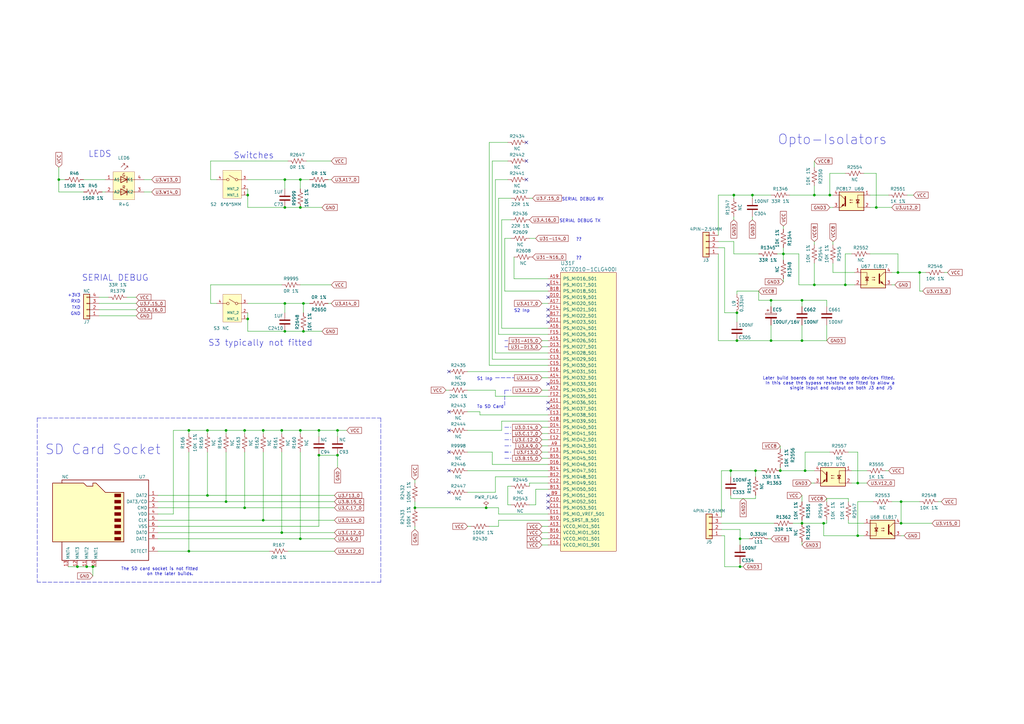
<source format=kicad_sch>
(kicad_sch (version 20210126) (generator eeschema)
  (paper "A3")
  (title_block (title "EBAZ4205 Schematic rebuild.") (date "2021-02-15") (rev "V004") (comment 1 "Some schematic symbols have been eeditted to clear DRC errors") (comment 2 "Extra PWR_FLAGS have been added to clear DRC errors") (comment 3 "Kicad does not allow refs like RxxxA some some devices have been renumbered"))
  (junction (at 24.13 73.66) (diameter 0.9144))
  (junction (at 31.75 232.41) (diameter 0.9144))
  (junction (at 35.56 232.41) (diameter 0.9144))
  (junction (at 38.1 232.41) (diameter 0.9144))
  (junction (at 77.47 176.53) (diameter 0.9144))
  (junction (at 77.47 226.06) (diameter 0.9144))
  (junction (at 85.09 176.53) (diameter 0.9144))
  (junction (at 85.09 203.2) (diameter 0.9144))
  (junction (at 92.71 176.53) (diameter 0.9144))
  (junction (at 92.71 205.74) (diameter 0.9144))
  (junction (at 100.33 176.53) (diameter 0.9144))
  (junction (at 100.33 208.28) (diameter 0.9144))
  (junction (at 101.6 80.01) (diameter 0.9144))
  (junction (at 101.6 130.81) (diameter 0.9144))
  (junction (at 107.95 176.53) (diameter 0.9144))
  (junction (at 107.95 213.36) (diameter 0.9144))
  (junction (at 115.57 176.53) (diameter 0.9144))
  (junction (at 115.57 218.44) (diameter 0.9144))
  (junction (at 116.84 73.66) (diameter 0.9144))
  (junction (at 116.84 85.09) (diameter 0.9144))
  (junction (at 116.84 124.46) (diameter 0.9144))
  (junction (at 116.84 135.89) (diameter 0.9144))
  (junction (at 123.19 73.66) (diameter 0.9144))
  (junction (at 123.19 85.09) (diameter 0.9144))
  (junction (at 123.19 176.53) (diameter 0.9144))
  (junction (at 123.19 220.98) (diameter 0.9144))
  (junction (at 124.46 124.46) (diameter 0.9144))
  (junction (at 124.46 135.89) (diameter 0.9144))
  (junction (at 130.81 176.53) (diameter 0.9144))
  (junction (at 130.81 186.69) (diameter 0.9144))
  (junction (at 138.43 176.53) (diameter 0.9144))
  (junction (at 138.43 186.69) (diameter 0.9144))
  (junction (at 170.18 208.28) (diameter 0.9144))
  (junction (at 199.39 208.28) (diameter 0.9144))
  (junction (at 299.72 193.04) (diameter 0.9144))
  (junction (at 300.99 80.01) (diameter 0.9144))
  (junction (at 302.26 128.27) (diameter 0.9144))
  (junction (at 302.26 139.7) (diameter 0.9144))
  (junction (at 303.53 220.98) (diameter 0.9144))
  (junction (at 303.53 232.41) (diameter 0.9144))
  (junction (at 308.61 80.01) (diameter 0.9144))
  (junction (at 309.88 193.04) (diameter 0.9144))
  (junction (at 316.23 123.19) (diameter 0.9144))
  (junction (at 316.23 139.7) (diameter 0.9144))
  (junction (at 320.04 193.04) (diameter 0.9144))
  (junction (at 321.31 104.14) (diameter 0.9144))
  (junction (at 328.93 123.19) (diameter 0.9144))
  (junction (at 328.93 139.7) (diameter 0.9144))
  (junction (at 328.93 214.63) (diameter 0.9144))
  (junction (at 330.2 193.04) (diameter 0.9144))
  (junction (at 334.01 80.01) (diameter 0.9144))
  (junction (at 334.01 116.84) (diameter 0.9144))
  (junction (at 337.82 214.63) (diameter 0.9144))
  (junction (at 340.36 80.01) (diameter 0.9144))
  (junction (at 346.71 116.84) (diameter 0.9144))
  (junction (at 351.79 198.12) (diameter 0.9144))
  (junction (at 351.79 219.71) (diameter 0.9144))
  (junction (at 359.41 85.09) (diameter 0.9144))
  (junction (at 368.3 111.76) (diameter 0.9144))
  (junction (at 369.57 205.74) (diameter 0.9144))
  (junction (at 369.57 214.63) (diameter 0.9144))
  (junction (at 377.19 111.76) (diameter 0.9144))
  (no_connect (at 184.15 152.4))
  (no_connect (at 184.15 168.91))
  (no_connect (at 184.15 176.53))
  (no_connect (at 184.15 185.42))
  (no_connect (at 184.15 193.04))
  (no_connect (at 184.15 201.93))
  (no_connect (at 215.9 58.42))
  (no_connect (at 215.9 66.04))
  (no_connect (at 215.9 73.66))
  (no_connect (at 224.79 116.84))
  (no_connect (at 224.79 121.92))
  (no_connect (at 224.79 127))
  (no_connect (at 224.79 129.54))
  (no_connect (at 224.79 132.08))
  (no_connect (at 224.79 157.48))
  (no_connect (at 224.79 165.1))
  (no_connect (at 224.79 167.64))
  (no_connect (at 224.79 203.2))
  (no_connect (at 224.79 205.74))
  (no_connect (at 224.79 208.28))
  (wire (pts (xy 24.13 68.58) (xy 24.13 73.66)))
  (wire (pts (xy 24.13 73.66) (xy 24.13 78.74)))
  (wire (pts (xy 24.13 73.66) (xy 26.67 73.66)))
  (wire (pts (xy 24.13 78.74) (xy 34.29 78.74)))
  (wire (pts (xy 27.94 232.41) (xy 31.75 232.41)))
  (wire (pts (xy 34.29 73.66) (xy 43.18 73.66)))
  (wire (pts (xy 35.56 232.41) (xy 31.75 232.41)))
  (wire (pts (xy 35.56 232.41) (xy 38.1 232.41)))
  (wire (pts (xy 38.1 232.41) (xy 38.1 236.22)))
  (wire (pts (xy 38.1 232.41) (xy 39.37 232.41)))
  (wire (pts (xy 40.64 121.92) (xy 44.45 121.92)))
  (wire (pts (xy 40.64 124.46) (xy 55.88 124.46)))
  (wire (pts (xy 40.64 127) (xy 55.88 127)))
  (wire (pts (xy 41.91 78.74) (xy 43.18 78.74)))
  (wire (pts (xy 52.07 121.92) (xy 55.88 121.92)))
  (wire (pts (xy 55.88 129.54) (xy 40.64 129.54)))
  (wire (pts (xy 59.055 73.66) (xy 62.23 73.66)))
  (wire (pts (xy 59.055 78.74) (xy 62.23 78.74)))
  (wire (pts (xy 64.77 203.2) (xy 85.09 203.2)))
  (wire (pts (xy 64.77 208.28) (xy 100.33 208.28)))
  (wire (pts (xy 64.77 210.82) (xy 71.12 210.82)))
  (wire (pts (xy 64.77 213.36) (xy 107.95 213.36)))
  (wire (pts (xy 64.77 218.44) (xy 115.57 218.44)))
  (wire (pts (xy 64.77 220.98) (xy 123.19 220.98)))
  (wire (pts (xy 64.77 226.06) (xy 77.47 226.06)))
  (wire (pts (xy 71.12 176.53) (xy 71.12 210.82)))
  (wire (pts (xy 77.47 176.53) (xy 71.12 176.53)))
  (wire (pts (xy 77.47 176.53) (xy 77.47 177.8)))
  (wire (pts (xy 77.47 185.42) (xy 77.47 226.06)))
  (wire (pts (xy 77.47 226.06) (xy 110.49 226.06)))
  (wire (pts (xy 85.09 176.53) (xy 77.47 176.53)))
  (wire (pts (xy 85.09 176.53) (xy 85.09 177.8)))
  (wire (pts (xy 85.09 185.42) (xy 85.09 203.2)))
  (wire (pts (xy 85.09 203.2) (xy 137.16 203.2)))
  (wire (pts (xy 86.36 66.04) (xy 86.36 73.66)))
  (wire (pts (xy 86.36 73.66) (xy 88.9 73.66)))
  (wire (pts (xy 86.36 116.84) (xy 86.36 124.46)))
  (wire (pts (xy 86.36 124.46) (xy 88.9 124.46)))
  (wire (pts (xy 92.71 176.53) (xy 85.09 176.53)))
  (wire (pts (xy 92.71 176.53) (xy 92.71 177.8)))
  (wire (pts (xy 92.71 185.42) (xy 92.71 205.74)))
  (wire (pts (xy 92.71 205.74) (xy 64.77 205.74)))
  (wire (pts (xy 92.71 205.74) (xy 137.16 205.74)))
  (wire (pts (xy 100.33 176.53) (xy 92.71 176.53)))
  (wire (pts (xy 100.33 176.53) (xy 100.33 177.8)))
  (wire (pts (xy 100.33 185.42) (xy 100.33 208.28)))
  (wire (pts (xy 100.33 208.28) (xy 137.16 208.28)))
  (wire (pts (xy 101.6 73.66) (xy 116.84 73.66)))
  (wire (pts (xy 101.6 77.47) (xy 101.6 80.01)))
  (wire (pts (xy 101.6 80.01) (xy 101.6 85.09)))
  (wire (pts (xy 101.6 85.09) (xy 116.84 85.09)))
  (wire (pts (xy 101.6 124.46) (xy 116.84 124.46)))
  (wire (pts (xy 101.6 128.27) (xy 101.6 130.81)))
  (wire (pts (xy 101.6 130.81) (xy 101.6 135.89)))
  (wire (pts (xy 101.6 135.89) (xy 116.84 135.89)))
  (wire (pts (xy 107.95 176.53) (xy 100.33 176.53)))
  (wire (pts (xy 107.95 176.53) (xy 107.95 177.8)))
  (wire (pts (xy 107.95 185.42) (xy 107.95 213.36)))
  (wire (pts (xy 107.95 213.36) (xy 137.16 213.36)))
  (wire (pts (xy 115.57 116.84) (xy 86.36 116.84)))
  (wire (pts (xy 115.57 176.53) (xy 107.95 176.53)))
  (wire (pts (xy 115.57 176.53) (xy 115.57 177.8)))
  (wire (pts (xy 115.57 185.42) (xy 115.57 218.44)))
  (wire (pts (xy 115.57 218.44) (xy 137.16 218.44)))
  (wire (pts (xy 116.84 73.66) (xy 116.84 77.47)))
  (wire (pts (xy 116.84 124.46) (xy 116.84 128.27)))
  (wire (pts (xy 116.84 135.89) (xy 124.46 135.89)))
  (wire (pts (xy 118.11 66.04) (xy 86.36 66.04)))
  (wire (pts (xy 118.11 226.06) (xy 137.16 226.06)))
  (wire (pts (xy 123.19 73.66) (xy 116.84 73.66)))
  (wire (pts (xy 123.19 73.66) (xy 123.19 77.47)))
  (wire (pts (xy 123.19 73.66) (xy 127 73.66)))
  (wire (pts (xy 123.19 85.09) (xy 116.84 85.09)))
  (wire (pts (xy 123.19 85.09) (xy 132.08 85.09)))
  (wire (pts (xy 123.19 116.84) (xy 135.89 116.84)))
  (wire (pts (xy 123.19 176.53) (xy 115.57 176.53)))
  (wire (pts (xy 123.19 176.53) (xy 123.19 177.8)))
  (wire (pts (xy 123.19 185.42) (xy 123.19 220.98)))
  (wire (pts (xy 123.19 220.98) (xy 137.16 220.98)))
  (wire (pts (xy 124.46 124.46) (xy 116.84 124.46)))
  (wire (pts (xy 124.46 124.46) (xy 124.46 128.27)))
  (wire (pts (xy 124.46 124.46) (xy 127 124.46)))
  (wire (pts (xy 124.46 135.89) (xy 132.08 135.89)))
  (wire (pts (xy 125.73 66.04) (xy 135.89 66.04)))
  (wire (pts (xy 130.81 176.53) (xy 123.19 176.53)))
  (wire (pts (xy 130.81 176.53) (xy 130.81 179.07)))
  (wire (pts (xy 130.81 186.69) (xy 130.81 215.9)))
  (wire (pts (xy 130.81 215.9) (xy 64.77 215.9)))
  (wire (pts (xy 134.62 73.66) (xy 135.89 73.66)))
  (wire (pts (xy 134.62 124.46) (xy 135.89 124.46)))
  (wire (pts (xy 138.43 176.53) (xy 130.81 176.53)))
  (wire (pts (xy 138.43 176.53) (xy 138.43 179.07)))
  (wire (pts (xy 138.43 186.69) (xy 130.81 186.69)))
  (wire (pts (xy 138.43 186.69) (xy 138.43 191.77)))
  (wire (pts (xy 142.24 176.53) (xy 138.43 176.53)))
  (wire (pts (xy 170.18 196.85) (xy 170.18 198.12)))
  (wire (pts (xy 170.18 205.74) (xy 170.18 208.28)))
  (wire (pts (xy 170.18 217.17) (xy 170.18 215.9)))
  (wire (pts (xy 182.88 160.02) (xy 184.15 160.02)))
  (wire (pts (xy 191.77 152.4) (xy 224.79 152.4)))
  (wire (pts (xy 191.77 160.02) (xy 203.2 160.02)))
  (wire (pts (xy 191.77 185.42) (xy 201.93 185.42)))
  (wire (pts (xy 191.77 193.04) (xy 224.79 193.04)))
  (wire (pts (xy 191.77 215.9) (xy 193.04 215.9)))
  (wire (pts (xy 196.85 168.91) (xy 191.77 168.91)))
  (wire (pts (xy 196.85 170.18) (xy 196.85 168.91)))
  (wire (pts (xy 196.85 170.18) (xy 224.79 170.18)))
  (wire (pts (xy 199.39 208.28) (xy 170.18 208.28)))
  (wire (pts (xy 200.66 58.42) (xy 200.66 149.86)))
  (wire (pts (xy 200.66 149.86) (xy 224.79 149.86)))
  (wire (pts (xy 200.66 215.9) (xy 204.47 215.9)))
  (wire (pts (xy 201.93 66.04) (xy 208.28 66.04)))
  (wire (pts (xy 201.93 147.32) (xy 201.93 66.04)))
  (wire (pts (xy 201.93 147.32) (xy 224.79 147.32)))
  (wire (pts (xy 201.93 185.42) (xy 201.93 190.5)))
  (wire (pts (xy 201.93 190.5) (xy 224.79 190.5)))
  (wire (pts (xy 203.2 73.66) (xy 203.2 144.78)))
  (wire (pts (xy 203.2 144.78) (xy 224.79 144.78)))
  (wire (pts (xy 203.2 160.02) (xy 203.2 162.56)))
  (wire (pts (xy 203.2 162.56) (xy 224.79 162.56)))
  (wire (pts (xy 203.2 195.58) (xy 203.2 201.93)))
  (wire (pts (xy 203.2 195.58) (xy 224.79 195.58)))
  (wire (pts (xy 203.2 201.93) (xy 191.77 201.93)))
  (wire (pts (xy 204.47 81.28) (xy 204.47 137.16)))
  (wire (pts (xy 204.47 137.16) (xy 224.79 137.16)))
  (wire (pts (xy 204.47 208.28) (xy 199.39 208.28)))
  (wire (pts (xy 204.47 210.82) (xy 204.47 208.28)))
  (wire (pts (xy 204.47 210.82) (xy 224.79 210.82)))
  (wire (pts (xy 204.47 213.36) (xy 204.47 215.9)))
  (wire (pts (xy 204.47 213.36) (xy 224.79 213.36)))
  (wire (pts (xy 205.74 90.17) (xy 209.55 90.17)))
  (wire (pts (xy 205.74 134.62) (xy 205.74 90.17)))
  (wire (pts (xy 205.74 134.62) (xy 224.79 134.62)))
  (wire (pts (xy 205.74 172.72) (xy 205.74 176.53)))
  (wire (pts (xy 205.74 172.72) (xy 224.79 172.72)))
  (wire (pts (xy 205.74 176.53) (xy 191.77 176.53)))
  (wire (pts (xy 207.01 97.79) (xy 207.01 119.38)))
  (wire (pts (xy 207.01 119.38) (xy 224.79 119.38)))
  (wire (pts (xy 208.28 58.42) (xy 200.66 58.42)))
  (wire (pts (xy 208.28 73.66) (xy 203.2 73.66)))
  (wire (pts (xy 208.28 199.39) (xy 208.28 207.07)))
  (wire (pts (xy 209.55 81.28) (xy 204.47 81.28)))
  (wire (pts (xy 209.55 97.79) (xy 207.01 97.79)))
  (wire (pts (xy 209.55 199.39) (xy 208.28 199.39)))
  (wire (pts (xy 209.55 207.07) (xy 208.28 207.07)))
  (wire (pts (xy 210.82 105.41) (xy 210.82 114.3)))
  (wire (pts (xy 210.82 114.3) (xy 224.79 114.3)))
  (wire (pts (xy 217.17 81.28) (xy 218.44 81.28)))
  (wire (pts (xy 217.17 97.79) (xy 219.71 97.79)))
  (wire (pts (xy 217.17 198.12) (xy 217.17 199.39)))
  (wire (pts (xy 217.17 198.12) (xy 224.79 198.12)))
  (wire (pts (xy 219.71 200.66) (xy 219.71 207.07)))
  (wire (pts (xy 219.71 200.66) (xy 224.79 200.66)))
  (wire (pts (xy 219.71 207.07) (xy 217.17 207.07)))
  (wire (pts (xy 222.25 124.46) (xy 224.79 124.46)))
  (wire (pts (xy 222.25 139.7) (xy 224.79 139.7)))
  (wire (pts (xy 222.25 142.24) (xy 224.79 142.24)))
  (wire (pts (xy 222.25 154.94) (xy 224.79 154.94)))
  (wire (pts (xy 222.25 160.02) (xy 224.79 160.02)))
  (wire (pts (xy 222.25 175.26) (xy 224.79 175.26)))
  (wire (pts (xy 222.25 177.8) (xy 224.79 177.8)))
  (wire (pts (xy 222.25 180.34) (xy 224.79 180.34)))
  (wire (pts (xy 222.25 182.88) (xy 224.79 182.88)))
  (wire (pts (xy 222.25 185.42) (xy 224.79 185.42)))
  (wire (pts (xy 222.25 187.96) (xy 224.79 187.96)))
  (wire (pts (xy 222.25 215.9) (xy 224.79 215.9)))
  (wire (pts (xy 222.25 218.44) (xy 224.79 218.44)))
  (wire (pts (xy 222.25 220.98) (xy 224.79 220.98)))
  (wire (pts (xy 222.25 223.52) (xy 224.79 223.52)))
  (wire (pts (xy 294.64 80.01) (xy 294.64 96.52)))
  (wire (pts (xy 294.64 99.06) (xy 300.99 99.06)))
  (wire (pts (xy 294.64 101.6) (xy 297.18 101.6)))
  (wire (pts (xy 294.64 104.14) (xy 294.64 139.7)))
  (wire (pts (xy 294.64 139.7) (xy 302.26 139.7)))
  (wire (pts (xy 295.91 193.04) (xy 299.72 193.04)))
  (wire (pts (xy 295.91 212.09) (xy 295.91 193.04)))
  (wire (pts (xy 295.91 214.63) (xy 317.5 214.63)))
  (wire (pts (xy 295.91 217.17) (xy 303.53 217.17)))
  (wire (pts (xy 297.18 128.27) (xy 297.18 101.6)))
  (wire (pts (xy 297.18 128.27) (xy 302.26 128.27)))
  (wire (pts (xy 297.18 219.71) (xy 295.91 219.71)))
  (wire (pts (xy 297.18 232.41) (xy 297.18 219.71)))
  (wire (pts (xy 297.18 232.41) (xy 303.53 232.41)))
  (wire (pts (xy 299.72 193.04) (xy 299.72 195.58)))
  (wire (pts (xy 299.72 204.47) (xy 299.72 203.2)))
  (wire (pts (xy 300.99 80.01) (xy 294.64 80.01)))
  (wire (pts (xy 300.99 80.01) (xy 300.99 81.28)))
  (wire (pts (xy 300.99 88.9) (xy 300.99 90.17)))
  (wire (pts (xy 300.99 99.06) (xy 300.99 104.14)))
  (wire (pts (xy 300.99 104.14) (xy 311.15 104.14)))
  (wire (pts (xy 302.26 119.38) (xy 302.26 120.65)))
  (wire (pts (xy 302.26 128.27) (xy 302.26 132.08)))
  (wire (pts (xy 303.53 217.17) (xy 303.53 220.98)))
  (wire (pts (xy 303.53 220.98) (xy 303.53 223.52)))
  (wire (pts (xy 303.53 220.98) (xy 307.34 220.98)))
  (wire (pts (xy 303.53 231.14) (xy 303.53 232.41)))
  (wire (pts (xy 303.53 232.41) (xy 304.8 232.41)))
  (wire (pts (xy 308.61 80.01) (xy 300.99 80.01)))
  (wire (pts (xy 308.61 80.01) (xy 308.61 81.28)))
  (wire (pts (xy 308.61 88.9) (xy 308.61 90.17)))
  (wire (pts (xy 309.88 193.04) (xy 299.72 193.04)))
  (wire (pts (xy 309.88 193.04) (xy 309.88 195.58)))
  (wire (pts (xy 309.88 193.04) (xy 312.42 193.04)))
  (wire (pts (xy 309.88 203.2) (xy 309.88 204.47)))
  (wire (pts (xy 309.88 204.47) (xy 299.72 204.47)))
  (wire (pts (xy 311.15 119.38) (xy 302.26 119.38)))
  (wire (pts (xy 311.15 123.19) (xy 311.15 119.38)))
  (wire (pts (xy 314.96 220.98) (xy 316.23 220.98)))
  (wire (pts (xy 316.23 80.01) (xy 308.61 80.01)))
  (wire (pts (xy 316.23 123.19) (xy 311.15 123.19)))
  (wire (pts (xy 316.23 123.19) (xy 316.23 125.73)))
  (wire (pts (xy 316.23 133.35) (xy 316.23 139.7)))
  (wire (pts (xy 316.23 139.7) (xy 302.26 139.7)))
  (wire (pts (xy 318.77 104.14) (xy 321.31 104.14)))
  (wire (pts (xy 320.04 182.88) (xy 320.04 184.15)))
  (wire (pts (xy 320.04 191.77) (xy 320.04 193.04)))
  (wire (pts (xy 321.31 92.71) (xy 321.31 93.98)))
  (wire (pts (xy 321.31 101.6) (xy 321.31 104.14)))
  (wire (pts (xy 321.31 104.14) (xy 321.31 106.68)))
  (wire (pts (xy 321.31 104.14) (xy 327.66 104.14)))
  (wire (pts (xy 321.31 114.3) (xy 321.31 115.57)))
  (wire (pts (xy 323.85 80.01) (xy 334.01 80.01)))
  (wire (pts (xy 325.12 214.63) (xy 328.93 214.63)))
  (wire (pts (xy 327.66 104.14) (xy 327.66 116.84)))
  (wire (pts (xy 327.66 116.84) (xy 334.01 116.84)))
  (wire (pts (xy 328.93 123.19) (xy 316.23 123.19)))
  (wire (pts (xy 328.93 123.19) (xy 328.93 125.73)))
  (wire (pts (xy 328.93 133.35) (xy 328.93 139.7)))
  (wire (pts (xy 328.93 139.7) (xy 316.23 139.7)))
  (wire (pts (xy 328.93 203.2) (xy 328.93 205.74)))
  (wire (pts (xy 328.93 213.36) (xy 328.93 214.63)))
  (wire (pts (xy 328.93 214.63) (xy 337.82 214.63)))
  (wire (pts (xy 328.93 222.25) (xy 328.93 223.52)))
  (wire (pts (xy 330.2 185.42) (xy 330.2 193.04)))
  (wire (pts (xy 330.2 193.04) (xy 320.04 193.04)))
  (wire (pts (xy 330.2 193.04) (xy 334.01 193.04)))
  (wire (pts (xy 332.74 198.12) (xy 334.01 198.12)))
  (wire (pts (xy 334.01 66.04) (xy 334.01 68.58)))
  (wire (pts (xy 334.01 76.2) (xy 334.01 80.01)))
  (wire (pts (xy 334.01 80.01) (xy 340.36 80.01)))
  (wire (pts (xy 334.01 99.06) (xy 334.01 100.33)))
  (wire (pts (xy 334.01 107.95) (xy 334.01 116.84)))
  (wire (pts (xy 334.01 116.84) (xy 346.71 116.84)))
  (wire (pts (xy 337.82 219.71) (xy 337.82 214.63)))
  (wire (pts (xy 339.09 123.19) (xy 328.93 123.19)))
  (wire (pts (xy 339.09 125.73) (xy 339.09 123.19)))
  (wire (pts (xy 339.09 133.35) (xy 339.09 139.7)))
  (wire (pts (xy 339.09 139.7) (xy 328.93 139.7)))
  (wire (pts (xy 339.09 204.47) (xy 339.09 205.74)))
  (wire (pts (xy 339.09 204.47) (xy 347.98 204.47)))
  (wire (pts (xy 339.09 213.36) (xy 339.09 214.63)))
  (wire (pts (xy 339.09 214.63) (xy 337.82 214.63)))
  (wire (pts (xy 340.36 71.12) (xy 340.36 80.01)))
  (wire (pts (xy 340.36 80.01) (xy 341.63 80.01)))
  (wire (pts (xy 340.36 85.09) (xy 341.63 85.09)))
  (wire (pts (xy 340.36 185.42) (xy 330.2 185.42)))
  (wire (pts (xy 341.63 99.06) (xy 341.63 100.33)))
  (wire (pts (xy 341.63 107.95) (xy 341.63 111.76)))
  (wire (pts (xy 341.63 111.76) (xy 350.52 111.76)))
  (wire (pts (xy 346.71 71.12) (xy 340.36 71.12)))
  (wire (pts (xy 346.71 104.14) (xy 346.71 116.84)))
  (wire (pts (xy 346.71 116.84) (xy 350.52 116.84)))
  (wire (pts (xy 347.98 185.42) (xy 351.79 185.42)))
  (wire (pts (xy 347.98 204.47) (xy 347.98 205.74)))
  (wire (pts (xy 347.98 213.36) (xy 347.98 214.63)))
  (wire (pts (xy 347.98 214.63) (xy 354.33 214.63)))
  (wire (pts (xy 349.25 104.14) (xy 346.71 104.14)))
  (wire (pts (xy 349.25 193.04) (xy 355.6 193.04)))
  (wire (pts (xy 349.25 198.12) (xy 351.79 198.12)))
  (wire (pts (xy 351.79 185.42) (xy 351.79 198.12)))
  (wire (pts (xy 351.79 198.12) (xy 355.6 198.12)))
  (wire (pts (xy 351.79 205.74) (xy 351.79 219.71)))
  (wire (pts (xy 351.79 219.71) (xy 337.82 219.71)))
  (wire (pts (xy 354.33 71.12) (xy 359.41 71.12)))
  (wire (pts (xy 354.33 219.71) (xy 351.79 219.71)))
  (wire (pts (xy 356.87 80.01) (xy 364.49 80.01)))
  (wire (pts (xy 356.87 104.14) (xy 368.3 104.14)))
  (wire (pts (xy 358.14 205.74) (xy 351.79 205.74)))
  (wire (pts (xy 359.41 71.12) (xy 359.41 85.09)))
  (wire (pts (xy 359.41 85.09) (xy 356.87 85.09)))
  (wire (pts (xy 359.41 85.09) (xy 365.76 85.09)))
  (wire (pts (xy 363.22 193.04) (xy 364.49 193.04)))
  (wire (pts (xy 365.76 111.76) (xy 368.3 111.76)))
  (wire (pts (xy 365.76 116.84) (xy 367.03 116.84)))
  (wire (pts (xy 365.76 205.74) (xy 369.57 205.74)))
  (wire (pts (xy 368.3 104.14) (xy 368.3 111.76)))
  (wire (pts (xy 368.3 111.76) (xy 377.19 111.76)))
  (wire (pts (xy 369.57 205.74) (xy 369.57 214.63)))
  (wire (pts (xy 369.57 205.74) (xy 377.19 205.74)))
  (wire (pts (xy 369.57 214.63) (xy 382.27 214.63)))
  (wire (pts (xy 369.57 219.71) (xy 370.84 219.71)))
  (wire (pts (xy 372.11 80.01) (xy 374.65 80.01)))
  (wire (pts (xy 377.19 111.76) (xy 377.19 119.38)))
  (wire (pts (xy 377.19 111.76) (xy 379.73 111.76)))
  (wire (pts (xy 378.46 119.38) (xy 377.19 119.38)))
  (wire (pts (xy 384.81 205.74) (xy 386.08 205.74)))
  (wire (pts (xy 387.35 111.76) (xy 388.62 111.76)))
  (polyline (pts (xy 15.24 171.45) (xy 15.24 238.76)) (stroke (width 0) (type dash)))
  (polyline (pts (xy 15.24 171.45) (xy 156.21 171.45)) (stroke (width 0) (type dash)))
  (polyline (pts (xy 156.21 171.45) (xy 156.21 238.76)) (stroke (width 0) (type dash)))
  (polyline (pts (xy 156.21 238.76) (xy 15.24 238.76)) (stroke (width 0) (type dash)))
  (polyline (pts (xy 203.2 154.94) (xy 210.82 154.94)) (stroke (width 0) (type dash)))
  (polyline (pts (xy 207.01 139.7) (xy 208.28 139.7)) (stroke (width 0) (type dash)))
  (polyline (pts (xy 207.01 142.24) (xy 208.28 142.24)) (stroke (width 0) (type dash)))
  (polyline (pts (xy 207.01 160.02) (xy 207.01 166.37)) (stroke (width 0) (type dash)))
  (polyline (pts (xy 207.01 160.02) (xy 209.55 160.02)) (stroke (width 0) (type dash)))
  (polyline (pts (xy 207.01 175.26) (xy 209.55 175.26)) (stroke (width 0) (type dash)))
  (polyline (pts (xy 207.01 177.8) (xy 209.55 177.8)) (stroke (width 0) (type dash)))
  (polyline (pts (xy 207.01 180.34) (xy 209.55 180.34)) (stroke (width 0) (type dash)))
  (polyline (pts (xy 207.01 182.88) (xy 209.55 182.88)) (stroke (width 0) (type dash)))
  (polyline (pts (xy 207.01 185.42) (xy 208.28 185.42)) (stroke (width 0) (type dash)))
  (polyline (pts (xy 207.01 185.42) (xy 209.55 185.42)) (stroke (width 0) (type dash)))
  (polyline (pts (xy 207.01 187.96) (xy 209.55 187.96)) (stroke (width 0) (type dash)))
  (text "SD Card Socket" (at 18.415 186.855 0) (effects (font (size 4 4)) (justify left bottom)))
  (text "+3V3" (at 33.02 121.92 180) (effects (font (size 1.27 1.27)) (justify right bottom)))
  (text "RXD" (at 33.02 124.46 180) (effects (font (size 1.27 1.27)) (justify right bottom)))
  (text "TXD" (at 33.02 127 180) (effects (font (size 1.27 1.27)) (justify right bottom)))
  (text "GND" (at 33.02 129.54 180) (effects (font (size 1.27 1.27)) (justify right bottom)))
  (text "LEDS" (at 45.72 64.77 180) (effects (font (size 2.54 2.54)) (justify right bottom)))
  (text "SERIAL DEBUG" (at 60.96 115.57 180) (effects (font (size 2.54 2.54)) (justify right bottom)))
  (text "The SD card socket is not fitted\non the later builds.  " (at 81.28 236.22 0) (effects (font (size 1.27 1.27)) (justify right bottom)))
  (text "Switches" (at 112.395 65.375 180) (effects (font (size 2.54 2.54)) (justify right bottom)))
  (text "S3 typically not fitted" (at 128.27 142.24 180) (effects (font (size 2.54 2.54)) (justify right bottom)))
  (text "S1 Inp" (at 195.58 156.21 0) (effects (font (size 1.27 1.27)) (justify left bottom)))
  (text "To SD Card" (at 195.58 167.64 0) (effects (font (size 1.27 1.27)) (justify left bottom)))
  (text "S2 Inp" (at 210.82 128.27 0) (effects (font (size 1.27 1.27)) (justify left bottom)))
  (text "??" (at 236.22 99.06 0) (effects (font (size 1.27 1.27)) (justify left bottom)))
  (text "??" (at 236.22 106.68 0) (effects (font (size 1.27 1.27)) (justify left bottom)))
  (text "SERIAL DEBUG TX\n" (at 246.38 91.44 180) (effects (font (size 1.27 1.27)) (justify right bottom)))
  (text "SERIAL DEBUG RX" (at 247.65 82.55 180) (effects (font (size 1.27 1.27)) (justify right bottom)))
  (text "Opto-Isolators" (at 363.855 59.705 180) (effects (font (size 4 4)) (justify right bottom)))
  (text "Later build boards do not have the opto devices fitted.\nIn this case the bypass resistors are fitted to allow a\nsingle input and output on both J3 and J5 " (at 367.03 160.02 0) (effects (font (size 1.27 1.27)) (justify right bottom)))
  (global_label "VCC" (shape input) (at 24.13 68.58 90) (property "Intersheet References" "${INTERSHEET_REFS}" (effects hide)))
  (global_label "GND" (shape input) (at 38.1 236.22 180) (property "Intersheet References" "${INTERSHEET_REFS}" (effects hide)))
  (global_label "VCC" (shape input) (at 55.88 121.92 0) (property "Intersheet References" "${INTERSHEET_REFS}" (effects hide)))
  (global_label "U3.F.15_0" (shape input) (at 55.88 124.46 0) (property "Intersheet References" "${INTERSHEET_REFS}" (effects hide)))
  (global_label "U3.A.16_0" (shape input) (at 55.88 127 0) (property "Intersheet References" "${INTERSHEET_REFS}" (effects hide)))
  (global_label "GND" (shape input) (at 55.88 129.54 0) (property "Intersheet References" "${INTERSHEET_REFS}" (effects hide)))
  (global_label "U3.W13_0" (shape input) (at 62.23 73.66 0) (property "Intersheet References" "${INTERSHEET_REFS}" (effects hide)))
  (global_label "U3.W14_0" (shape input) (at 62.23 78.74 0) (property "Intersheet References" "${INTERSHEET_REFS}" (effects hide)))
  (global_label "GND" (shape input) (at 132.08 85.09 0) (property "Intersheet References" "${INTERSHEET_REFS}" (effects hide)))
  (global_label "GND" (shape input) (at 132.08 135.89 0) (property "Intersheet References" "${INTERSHEET_REFS}" (effects hide)))
  (global_label "VCC" (shape input) (at 135.89 66.04 0) (property "Intersheet References" "${INTERSHEET_REFS}" (effects hide)))
  (global_label "U3.A17_0" (shape input) (at 135.89 73.66 0) (property "Intersheet References" "${INTERSHEET_REFS}" (effects hide)))
  (global_label "VCC" (shape input) (at 135.89 116.84 0) (property "Intersheet References" "${INTERSHEET_REFS}" (effects hide)))
  (global_label "U3.A14_0" (shape input) (at 135.89 124.46 0) (property "Intersheet References" "${INTERSHEET_REFS}" (effects hide)))
  (global_label "U3.F13_0" (shape input) (at 137.16 203.2 0) (property "Intersheet References" "${INTERSHEET_REFS}" (effects hide)))
  (global_label "U3.B.15_0" (shape input) (at 137.16 205.74 0) (property "Intersheet References" "${INTERSHEET_REFS}" (effects hide)))
  (global_label "U3.C.17_0" (shape input) (at 137.16 208.28 0) (property "Intersheet References" "${INTERSHEET_REFS}" (effects hide)))
  (global_label "U3.D.14_0" (shape input) (at 137.16 213.36 0) (property "Intersheet References" "${INTERSHEET_REFS}" (effects hide)))
  (global_label "U3.E.12_0" (shape input) (at 137.16 218.44 0) (property "Intersheet References" "${INTERSHEET_REFS}" (effects hide)))
  (global_label "U3.A.9_0" (shape input) (at 137.16 220.98 0) (property "Intersheet References" "${INTERSHEET_REFS}" (effects hide)))
  (global_label "U3.A.12_0" (shape input) (at 137.16 226.06 0) (property "Intersheet References" "${INTERSHEET_REFS}" (effects hide)))
  (global_label "GND" (shape input) (at 138.43 191.77 270) (property "Intersheet References" "${INTERSHEET_REFS}" (effects hide)))
  (global_label "VCC" (shape input) (at 142.24 176.53 0) (property "Intersheet References" "${INTERSHEET_REFS}" (effects hide)))
  (global_label "VCC" (shape input) (at 170.18 196.85 90) (property "Intersheet References" "${INTERSHEET_REFS}" (effects hide)))
  (global_label "GND" (shape input) (at 170.18 217.17 270) (property "Intersheet References" "${INTERSHEET_REFS}" (effects hide)))
  (global_label "VCC" (shape input) (at 182.88 160.02 180) (property "Intersheet References" "${INTERSHEET_REFS}" (effects hide)))
  (global_label "VCC" (shape input) (at 191.77 215.9 180) (property "Intersheet References" "${INTERSHEET_REFS}" (effects hide)))
  (global_label "U3.A.16_0" (shape input) (at 217.17 90.17 0) (property "Intersheet References" "${INTERSHEET_REFS}" (effects hide)))
  (global_label "U3.F.15_0" (shape input) (at 218.44 81.28 0) (property "Intersheet References" "${INTERSHEET_REFS}" (effects hide)))
  (global_label "U31-N16_0" (shape input) (at 218.44 105.41 0) (property "Intersheet References" "${INTERSHEET_REFS}" (effects hide)))
  (global_label "U31-L14_0" (shape input) (at 219.71 97.79 0) (property "Intersheet References" "${INTERSHEET_REFS}" (effects hide)))
  (global_label "U3.A17_0" (shape input) (at 222.25 124.46 180) (property "Intersheet References" "${INTERSHEET_REFS}" (effects hide)))
  (global_label "U31-A15_0" (shape input) (at 222.25 139.7 180) (property "Intersheet References" "${INTERSHEET_REFS}" (effects hide)))
  (global_label "U31-D13_0" (shape input) (at 222.25 142.24 180) (property "Intersheet References" "${INTERSHEET_REFS}" (effects hide)))
  (global_label "U3.A14_0" (shape input) (at 222.25 154.94 180) (property "Intersheet References" "${INTERSHEET_REFS}" (effects hide)))
  (global_label "U3.A.12_0" (shape input) (at 222.25 160.02 180) (property "Intersheet References" "${INTERSHEET_REFS}" (effects hide)))
  (global_label "U3.D.14_0" (shape input) (at 222.25 175.26 180) (property "Intersheet References" "${INTERSHEET_REFS}" (effects hide)))
  (global_label "U3.C.17_0" (shape input) (at 222.25 177.8 180) (property "Intersheet References" "${INTERSHEET_REFS}" (effects hide)))
  (global_label "U3.E.12_0" (shape input) (at 222.25 180.34 180) (property "Intersheet References" "${INTERSHEET_REFS}" (effects hide)))
  (global_label "U3.A.9_0" (shape input) (at 222.25 182.88 180) (property "Intersheet References" "${INTERSHEET_REFS}" (effects hide)))
  (global_label "U3.F13_0" (shape input) (at 222.25 185.42 180) (property "Intersheet References" "${INTERSHEET_REFS}" (effects hide)))
  (global_label "U3.B.15_0" (shape input) (at 222.25 187.96 180) (property "Intersheet References" "${INTERSHEET_REFS}" (effects hide)))
  (global_label "VCC" (shape input) (at 222.25 215.9 180) (property "Intersheet References" "${INTERSHEET_REFS}" (effects hide)))
  (global_label "VCC" (shape input) (at 222.25 218.44 180) (property "Intersheet References" "${INTERSHEET_REFS}" (effects hide)))
  (global_label "VCC" (shape input) (at 222.25 220.98 180) (property "Intersheet References" "${INTERSHEET_REFS}" (effects hide)))
  (global_label "VCC" (shape input) (at 222.25 223.52 180) (property "Intersheet References" "${INTERSHEET_REFS}" (effects hide)))
  (global_label "GND3" (shape input) (at 300.99 90.17 270) (property "Intersheet References" "${INTERSHEET_REFS}" (effects hide)))
  (global_label "GND3" (shape input) (at 304.8 204.47 270) (property "Intersheet References" "${INTERSHEET_REFS}" (effects hide)))
  (global_label "GND3" (shape input) (at 304.8 232.41 0) (property "Intersheet References" "${INTERSHEET_REFS}" (effects hide)))
  (global_label "GND3" (shape input) (at 308.61 90.17 270) (property "Intersheet References" "${INTERSHEET_REFS}" (effects hide)))
  (global_label "VCC8" (shape input) (at 311.15 119.38 0) (property "Intersheet References" "${INTERSHEET_REFS}" (effects hide)))
  (global_label "VCC8" (shape input) (at 316.23 220.98 0) (property "Intersheet References" "${INTERSHEET_REFS}" (effects hide)))
  (global_label "VCC8" (shape input) (at 320.04 182.88 180) (property "Intersheet References" "${INTERSHEET_REFS}" (effects hide)))
  (global_label "VCC" (shape input) (at 321.31 92.71 90) (property "Intersheet References" "${INTERSHEET_REFS}" (effects hide)))
  (global_label "GND3" (shape input) (at 321.31 115.57 180) (property "Intersheet References" "${INTERSHEET_REFS}" (effects hide)))
  (global_label "VCC" (shape input) (at 328.93 203.2 180) (property "Intersheet References" "${INTERSHEET_REFS}" (effects hide)))
  (global_label "GND3" (shape input) (at 328.93 223.52 0) (property "Intersheet References" "${INTERSHEET_REFS}" (effects hide)))
  (global_label "GND3" (shape input) (at 332.74 198.12 180) (property "Intersheet References" "${INTERSHEET_REFS}" (effects hide)))
  (global_label "VCC8" (shape input) (at 334.01 66.04 0) (property "Intersheet References" "${INTERSHEET_REFS}" (effects hide)))
  (global_label "VCC8" (shape input) (at 334.01 99.06 90) (property "Intersheet References" "${INTERSHEET_REFS}" (effects hide)))
  (global_label "GND3" (shape input) (at 339.09 139.7 0) (property "Intersheet References" "${INTERSHEET_REFS}" (effects hide)))
  (global_label "VCC8" (shape input) (at 339.09 204.47 180) (property "Intersheet References" "${INTERSHEET_REFS}" (effects hide)))
  (global_label "GND3" (shape input) (at 340.36 85.09 180) (property "Intersheet References" "${INTERSHEET_REFS}" (effects hide)))
  (global_label "VCC8" (shape input) (at 341.63 99.06 90) (property "Intersheet References" "${INTERSHEET_REFS}" (effects hide)))
  (global_label "U3.V12_0" (shape input) (at 355.6 198.12 0) (property "Intersheet References" "${INTERSHEET_REFS}" (effects hide)))
  (global_label "VCC" (shape input) (at 364.49 193.04 0) (property "Intersheet References" "${INTERSHEET_REFS}" (effects hide)))
  (global_label "U3.U12_0" (shape input) (at 365.76 85.09 0) (property "Intersheet References" "${INTERSHEET_REFS}" (effects hide)))
  (global_label "GND" (shape input) (at 367.03 116.84 0) (property "Intersheet References" "${INTERSHEET_REFS}" (effects hide)))
  (global_label "GND" (shape input) (at 370.84 219.71 0) (property "Intersheet References" "${INTERSHEET_REFS}" (effects hide)))
  (global_label "VCC" (shape input) (at 374.65 80.01 0) (property "Intersheet References" "${INTERSHEET_REFS}" (effects hide)))
  (global_label "U3.V13_0" (shape input) (at 378.46 119.38 0) (property "Intersheet References" "${INTERSHEET_REFS}" (effects hide)))
  (global_label "U3.V15_0" (shape input) (at 382.27 214.63 0) (property "Intersheet References" "${INTERSHEET_REFS}" (effects hide)))
  (global_label "VCC" (shape input) (at 386.08 205.74 0) (property "Intersheet References" "${INTERSHEET_REFS}" (effects hide)))
  (global_label "VCC" (shape input) (at 388.62 111.76 0) (property "Intersheet References" "${INTERSHEET_REFS}" (effects hide)))
  (symbol (lib_id "power:PWR_FLAG") (at 199.39 208.28 0) (unit 1)
    (property "Reference" "#FLG0119" (effects hide))
    (property "Value" "PWR_FLAG" (at 199.39 203.9556 0))
  )
  (symbol (lib_id "Device:L") (at 302.26 124.46 0) (mirror x) (unit 1)
    (property "Reference" "L9" (at 300.99 124.46 90))
    (property "Value" "0.33UH" (at 304.165 124.46 90))
  )
  (symbol (lib_id "Device:L") (at 311.15 220.98 90) (unit 1)
    (property "Reference" "L11" (at 311.15 222.25 90))
    (property "Value" "0.33UH" (at 311.15 219.075 90))
  )
  (symbol (lib_id "Device:R_US") (at 30.48 73.66 90) (unit 1)
    (property "Reference" "R46" (at 30.48 71.12 90))
    (property "Value" "150R 1%" (at 30.48 76.2 90))
  )
  (symbol (lib_id "Device:R_US") (at 38.1 78.74 90) (unit 1)
    (property "Reference" "R45" (at 38.1 76.2 90))
    (property "Value" "150R 1%" (at 38.1 81.28 90))
  )
  (symbol (lib_id "Device:R_US") (at 48.26 121.92 270) (mirror x) (unit 1)
    (property "Reference" "R1379" (at 48.26 119.38 90))
    (property "Value" "33R 1%" (at 48.26 116.84 90))
  )
  (symbol (lib_id "Device:R_US") (at 77.47 181.61 180) (unit 1)
    (property "Reference" "R166" (at 74.93 181.61 90))
    (property "Value" "10K 1%" (at 80.01 181.61 90))
  )
  (symbol (lib_id "Device:R_US") (at 85.09 181.61 180) (unit 1)
    (property "Reference" "R165" (at 82.55 181.61 90))
    (property "Value" "NC" (at 87.63 181.61 90))
  )
  (symbol (lib_id "Device:R_US") (at 92.71 181.61 180) (unit 1)
    (property "Reference" "R164" (at 90.17 181.61 90))
    (property "Value" "NC" (at 95.25 181.61 90))
  )
  (symbol (lib_id "Device:R_US") (at 100.33 181.61 180) (unit 1)
    (property "Reference" "R163" (at 97.79 181.61 90))
    (property "Value" "NC" (at 102.87 181.61 90))
  )
  (symbol (lib_id "Device:R_US") (at 107.95 181.61 180) (unit 1)
    (property "Reference" "R162" (at 105.41 181.61 90))
    (property "Value" "NC" (at 110.49 181.61 90))
  )
  (symbol (lib_id "Device:R_US") (at 114.3 226.06 270) (mirror x) (unit 1)
    (property "Reference" "R167" (at 114.3 223.52 90))
    (property "Value" "0R 1%" (at 114.3 228.6 90))
  )
  (symbol (lib_id "Device:R_US") (at 115.57 181.61 180) (unit 1)
    (property "Reference" "R161" (at 113.03 181.61 90))
    (property "Value" "NC" (at 118.11 181.61 90))
  )
  (symbol (lib_id "Device:R_US") (at 119.38 116.84 270) (mirror x) (unit 1)
    (property "Reference" "R9995" (at 119.38 114.3 90))
    (property "Value" "0R 1%" (at 119.38 119.38 90))
  )
  (symbol (lib_id "Device:R_US") (at 121.92 66.04 270) (mirror x) (unit 1)
    (property "Reference" "R2647" (at 121.92 63.5 90))
    (property "Value" "0R 1%" (at 121.92 68.58 90))
  )
  (symbol (lib_id "Device:R_US") (at 123.19 81.28 180) (unit 1)
    (property "Reference" "R9999" (at 120.65 81.28 90))
    (property "Value" "10K 1%" (at 125.73 81.28 90))
  )
  (symbol (lib_id "Device:R_US") (at 123.19 181.61 180) (unit 1)
    (property "Reference" "R160" (at 120.65 181.61 90))
    (property "Value" "NC" (at 125.73 181.61 90))
  )
  (symbol (lib_id "Device:R_US") (at 124.46 132.08 180) (unit 1)
    (property "Reference" "R2648" (at 121.92 132.08 90))
    (property "Value" "10K 1%" (at 127 132.08 90))
  )
  (symbol (lib_id "Device:R_US") (at 130.81 73.66 270) (unit 1)
    (property "Reference" "R2646" (at 130.81 76.2 90))
    (property "Value" "0R 1%" (at 130.81 71.12 90))
  )
  (symbol (lib_id "Device:R_US") (at 130.81 124.46 270) (unit 1)
    (property "Reference" "R2650" (at 130.81 127 90))
    (property "Value" "0R 1%" (at 130.81 121.92 90))
  )
  (symbol (lib_id "Device:R_US") (at 170.18 201.93 180) (unit 1)
    (property "Reference" "R2432" (at 165.1 201.93 90))
    (property "Value" "100K 1%" (at 167.64 201.93 90))
  )
  (symbol (lib_id "Device:R_US") (at 170.18 212.09 0) (unit 1)
    (property "Reference" "R2433" (at 165.1 212.09 90))
    (property "Value" "100K 1%" (at 167.64 212.09 90))
  )
  (symbol (lib_id "Device:R_US") (at 187.96 152.4 90) (unit 1)
    (property "Reference" "R2435" (at 187.96 149.86 90))
    (property "Value" "NC" (at 187.96 154.94 90))
  )
  (symbol (lib_id "Device:R_US") (at 187.96 160.02 90) (unit 1)
    (property "Reference" "R2539" (at 187.96 157.48 90))
    (property "Value" "20K 1%" (at 187.96 162.56 90))
  )
  (symbol (lib_id "Device:R_US") (at 187.96 168.91 90) (unit 1)
    (property "Reference" "R2443" (at 187.96 166.37 90))
    (property "Value" "NC" (at 187.96 171.45 90))
  )
  (symbol (lib_id "Device:R_US") (at 187.96 176.53 270) (mirror x) (unit 1)
    (property "Reference" "R2444" (at 187.96 173.99 90))
    (property "Value" "NC" (at 187.96 179.07 90))
  )
  (symbol (lib_id "Device:R_US") (at 187.96 185.42 270) (mirror x) (unit 1)
    (property "Reference" "R9998" (at 187.96 182.88 90))
    (property "Value" "NC" (at 187.96 187.96 90))
  )
  (symbol (lib_id "Device:R_US") (at 187.96 193.04 270) (mirror x) (unit 1)
    (property "Reference" "R2446" (at 187.96 190.5 90))
    (property "Value" "NC" (at 187.96 195.58 90))
  )
  (symbol (lib_id "Device:R_US") (at 187.96 201.93 270) (mirror x) (unit 1)
    (property "Reference" "R2447" (at 187.96 199.39 90))
    (property "Value" "NC" (at 187.96 204.47 90))
  )
  (symbol (lib_id "Device:R_US") (at 196.85 215.9 270) (mirror x) (unit 1)
    (property "Reference" "R2430" (at 196.85 220.98 90))
    (property "Value" "100K 1%" (at 198.12 218.44 90))
  )
  (symbol (lib_id "Device:R_US") (at 212.09 58.42 270) (mirror x) (unit 1)
    (property "Reference" "R2434" (at 212.09 55.88 90))
    (property "Value" "NC" (at 212.09 60.96 90))
  )
  (symbol (lib_id "Device:R_US") (at 212.09 66.04 270) (mirror x) (unit 1)
    (property "Reference" "R2442" (at 212.09 63.5 90))
    (property "Value" "NC" (at 212.09 68.58 90))
  )
  (symbol (lib_id "Device:R_US") (at 212.09 73.66 270) (mirror x) (unit 1)
    (property "Reference" "R2441" (at 212.09 71.12 90))
    (property "Value" "NC" (at 212.09 76.2 90))
  )
  (symbol (lib_id "Device:R_US") (at 213.36 81.28 270) (mirror x) (unit 1)
    (property "Reference" "R2437" (at 213.36 78.74 90))
    (property "Value" "22R 1%" (at 213.36 83.82 90))
  )
  (symbol (lib_id "Device:R_US") (at 213.36 90.17 90) (unit 1)
    (property "Reference" "R2436" (at 213.36 87.63 90))
    (property "Value" "22R 1%" (at 213.36 92.71 90))
  )
  (symbol (lib_id "Device:R_US") (at 213.36 97.79 90) (unit 1)
    (property "Reference" "R2609" (at 213.36 95.25 90))
    (property "Value" "NC" (at 213.36 100.33 90))
  )
  (symbol (lib_id "Device:R_US") (at 213.36 199.39 270) (mirror x) (unit 1)
    (property "Reference" "R2445" (at 213.36 196.85 90))
    (property "Value" "NC" (at 213.36 201.93 90))
  )
  (symbol (lib_id "Device:R_US") (at 213.36 207.07 270) (mirror x) (unit 1)
    (property "Reference" "R2543" (at 213.36 204.53 90))
    (property "Value" "NC" (at 213.36 209.61 90))
  )
  (symbol (lib_id "Device:R_US") (at 214.63 105.41 90) (unit 1)
    (property "Reference" "R2608" (at 214.63 102.87 90))
    (property "Value" "NC" (at 214.63 107.95 90))
  )
  (symbol (lib_id "Device:R_US") (at 300.99 85.09 180) (unit 1)
    (property "Reference" "R1347" (at 298.45 85.09 90))
    (property "Value" "NC" (at 303.53 85.09 90))
  )
  (symbol (lib_id "Device:R_US") (at 309.88 199.39 180) (unit 1)
    (property "Reference" "R1364" (at 307.34 199.39 90))
    (property "Value" "NC" (at 312.42 199.39 90))
  )
  (symbol (lib_id "Device:R_US") (at 314.96 104.14 270) (mirror x) (unit 1)
    (property "Reference" "R1345" (at 314.96 101.6 90))
    (property "Value" "33R 1%" (at 314.96 106.68 90))
  )
  (symbol (lib_id "Device:R_US") (at 316.23 193.04 270) (mirror x) (unit 1)
    (property "Reference" "R1363" (at 317.5 198.12 90))
    (property "Value" "33R 1%" (at 316.23 195.58 90))
  )
  (symbol (lib_id "Device:R_US") (at 320.04 80.01 270) (mirror x) (unit 1)
    (property "Reference" "R1346" (at 320.04 77.47 90))
    (property "Value" "33R 1%" (at 320.04 82.55 90))
  )
  (symbol (lib_id "Device:R_US") (at 320.04 187.96 0) (mirror y) (unit 1)
    (property "Reference" "R2556" (at 325.12 186.69 90))
    (property "Value" "10K 1%" (at 322.58 187.96 90))
  )
  (symbol (lib_id "Device:R_US") (at 321.31 97.79 0) (mirror x) (unit 1)
    (property "Reference" "R1344" (at 323.85 97.79 90))
    (property "Value" "10K 1%" (at 318.77 97.79 90))
  )
  (symbol (lib_id "Device:R_US") (at 321.31 110.49 0) (unit 1)
    (property "Reference" "R1348" (at 323.85 110.49 90))
    (property "Value" "NC" (at 318.77 110.49 90))
  )
  (symbol (lib_id "Device:R_US") (at 321.31 214.63 270) (mirror x) (unit 1)
    (property "Reference" "R1362" (at 321.31 212.09 90))
    (property "Value" "33R 1%" (at 321.31 217.17 90))
  )
  (symbol (lib_id "Device:R_US") (at 328.93 209.55 0) (mirror x) (unit 1)
    (property "Reference" "R1361" (at 331.47 209.55 90))
    (property "Value" "10K 1%" (at 326.39 209.55 90))
  )
  (symbol (lib_id "Device:R_US") (at 328.93 218.44 0) (unit 1)
    (property "Reference" "R1365" (at 331.47 218.44 90))
    (property "Value" "NC" (at 326.39 218.44 90))
  )
  (symbol (lib_id "Device:R_US") (at 334.01 72.39 0) (unit 1)
    (property "Reference" "R2350" (at 336.55 72.39 90))
    (property "Value" "10K 1%" (at 331.47 72.39 90))
  )
  (symbol (lib_id "Device:R_US") (at 334.01 104.14 0) (mirror x) (unit 1)
    (property "Reference" "R2544" (at 336.55 104.14 90))
    (property "Value" "10K 1%" (at 331.47 104.14 90))
  )
  (symbol (lib_id "Device:R_US") (at 339.09 209.55 180) (unit 1)
    (property "Reference" "R2549" (at 336.55 209.55 90))
    (property "Value" "10K 1%" (at 341.63 209.55 90))
  )
  (symbol (lib_id "Device:R_US") (at 341.63 104.14 0) (unit 1)
    (property "Reference" "R2545" (at 344.17 104.14 90))
    (property "Value" "10K 1%" (at 339.09 104.14 90))
  )
  (symbol (lib_id "Device:R_US") (at 344.17 185.42 270) (mirror x) (unit 1)
    (property "Reference" "R2557" (at 344.17 182.88 90))
    (property "Value" "NC" (at 344.17 187.96 90))
  )
  (symbol (lib_id "Device:R_US") (at 347.98 209.55 0) (unit 1)
    (property "Reference" "R2547" (at 350.52 209.55 90))
    (property "Value" "10K 1%" (at 345.44 209.55 90))
  )
  (symbol (lib_id "Device:R_US") (at 350.52 71.12 270) (mirror x) (unit 1)
    (property "Reference" "R2554" (at 350.52 68.58 90))
    (property "Value" "NC" (at 350.52 73.66 90))
  )
  (symbol (lib_id "Device:R_US") (at 353.06 104.14 270) (mirror x) (unit 1)
    (property "Reference" "R2552" (at 353.06 101.6 90))
    (property "Value" "NC" (at 353.06 106.68 90))
  )
  (symbol (lib_id "Device:R_US") (at 359.41 193.04 270) (mirror x) (unit 1)
    (property "Reference" "R3555" (at 359.41 190.5 90))
    (property "Value" "1K 1%" (at 359.41 195.58 90))
  )
  (symbol (lib_id "Device:R_US") (at 361.95 205.74 270) (mirror x) (unit 1)
    (property "Reference" "R2553" (at 361.95 203.2 90))
    (property "Value" "NC" (at 361.95 208.28 90))
  )
  (symbol (lib_id "Device:R_US") (at 368.3 80.01 270) (mirror x) (unit 1)
    (property "Reference" "R2551" (at 368.3 77.47 90))
    (property "Value" "1K 1%" (at 368.3 82.55 90))
  )
  (symbol (lib_id "Device:R_US") (at 381 205.74 270) (mirror x) (unit 1)
    (property "Reference" "R2548" (at 381 203.2 90))
    (property "Value" "10K 1%" (at 381 208.28 90))
  )
  (symbol (lib_id "Device:R_US") (at 383.54 111.76 270) (mirror x) (unit 1)
    (property "Reference" "R2546" (at 383.54 109.22 90))
    (property "Value" "10K 1%" (at 383.54 114.3 90))
  )
  (symbol (lib_id "Device:C") (at 116.84 81.28 180) (unit 1)
    (property "Reference" "C73" (at 116.205 83.82 0) (effects (justify left)))
    (property "Value" "1UF" (at 116.205 78.74 0) (effects (justify left)))
  )
  (symbol (lib_id "Device:C") (at 116.84 132.08 180) (unit 1)
    (property "Reference" "C2410" (at 116.205 134.62 0) (effects (justify left)))
    (property "Value" "1UF" (at 116.205 129.54 0) (effects (justify left)))
  )
  (symbol (lib_id "Device:C") (at 130.81 182.88 0) (mirror x) (unit 1)
    (property "Reference" "C94" (at 131.445 185.42 0) (effects (justify left)))
    (property "Value" "NC" (at 131.445 180.34 0) (effects (justify left)))
  )
  (symbol (lib_id "Device:C") (at 138.43 182.88 0) (mirror x) (unit 1)
    (property "Reference" "C93" (at 139.065 185.42 0) (effects (justify left)))
    (property "Value" "NC" (at 139.065 180.34 0) (effects (justify left)))
  )
  (symbol (lib_id "Device:C") (at 299.72 199.39 0) (mirror x) (unit 1)
    (property "Reference" "C333" (at 300.355 201.93 0) (effects (justify left)))
    (property "Value" "100NF" (at 300.355 196.85 0) (effects (justify left)))
  )
  (symbol (lib_id "Device:C") (at 302.26 135.89 0) (mirror x) (unit 1)
    (property "Reference" "C305" (at 302.895 138.43 0) (effects (justify left)))
    (property "Value" "100NF" (at 302.895 133.35 0) (effects (justify left)))
  )
  (symbol (lib_id "Device:C") (at 303.53 227.33 0) (mirror x) (unit 1)
    (property "Reference" "C334" (at 304.165 229.87 0) (effects (justify left)))
    (property "Value" "100NF" (at 304.165 224.79 0) (effects (justify left)))
  )
  (symbol (lib_id "Device:C") (at 308.61 85.09 0) (mirror x) (unit 1)
    (property "Reference" "C304" (at 309.245 87.63 0) (effects (justify left)))
    (property "Value" "100NF" (at 309.245 82.55 0) (effects (justify left)))
  )
  (symbol (lib_id "Device:CP") (at 316.23 129.54 0) (unit 1)
    (property "Reference" "EC5" (at 316.865 127 0) (effects (justify left)))
    (property "Value" "100UF/16V" (at 316.865 132.08 0) (effects (justify left)))
  )
  (symbol (lib_id "Device:C") (at 328.93 129.54 0) (unit 1)
    (property "Reference" "C662" (at 329.565 127 0) (effects (justify left)))
    (property "Value" "100NF" (at 329.565 132.08 0) (effects (justify left)))
  )
  (symbol (lib_id "Device:C") (at 339.09 129.54 0) (mirror x) (unit 1)
    (property "Reference" "C661" (at 339.725 127 0) (effects (justify left)))
    (property "Value" "100NF" (at 339.725 132.08 0) (effects (justify left)))
  )
  (symbol (lib_id "Connector_Generic:Conn_01x04") (at 35.56 127 180) (unit 1)
    (property "Reference" "J7" (at 35.56 132.08 0))
    (property "Value" "NC" (at 35.56 119.38 0))
  )
  (symbol (lib_id "Connector_Generic:Conn_01x04") (at 289.56 101.6 180) (unit 1)
    (property "Reference" "J3" (at 289.56 106.68 0))
    (property "Value" "4PIN-2.54MM" (at 289.56 93.98 0))
  )
  (symbol (lib_id "Connector_Generic:Conn_01x04") (at 290.83 217.17 180) (unit 1)
    (property "Reference" "J5" (at 290.83 222.25 0))
    (property "Value" "4PIN-2.54MM" (at 290.83 209.55 0))
  )
  (symbol (lib_id "ebaz4205:TLP785") (at 341.63 195.58 0) (mirror y) (unit 1)
    (property "Reference" "U70" (at 346.71 190.5 0) (effects (justify left)))
    (property "Value" "PC817" (at 341.63 190.5 0) (effects (justify left)))
    (property "Datasheet" "https://toshiba.semicon-storage.com/info/docget.jsp?did=10569&prodName=TLP785" (effects hide))
  )
  (symbol (lib_id "ebaz4205:TLP785") (at 349.25 82.55 0) (mirror y) (unit 1)
    (property "Reference" "U69" (at 354.33 77.47 0) (effects (justify left)))
    (property "Value" "PC817" (at 349.25 77.47 0) (effects (justify left)))
    (property "Datasheet" "https://toshiba.semicon-storage.com/info/docget.jsp?did=10569&prodName=TLP785" (effects hide))
  )
  (symbol (lib_id "ebaz4205:TLP785") (at 358.14 114.3 0) (unit 1)
    (property "Reference" "U67" (at 353.06 109.22 0) (effects (justify left)))
    (property "Value" "EL817" (at 358.14 109.22 0) (effects (justify left)))
    (property "Datasheet" "https://toshiba.semicon-storage.com/info/docget.jsp?did=10569&prodName=TLP785" (effects hide))
  )
  (symbol (lib_id "ebaz4205:TLP785") (at 361.95 217.17 0) (unit 1)
    (property "Reference" "U68" (at 356.87 212.09 0) (effects (justify left)))
    (property "Value" "EL817" (at 361.95 212.09 0) (effects (justify left)))
    (property "Datasheet" "https://toshiba.semicon-storage.com/info/docget.jsp?did=10569&prodName=TLP785" (effects hide))
  )
  (symbol (lib_id "eec:FSMRACD") (at 104.14 74.93 0) (mirror y) (unit 1)
    (property "Reference" "S2" (at 88.9 83.82 0) (effects (justify left)))
    (property "Value" "6*6*5MM" (at 99.06 83.82 0) (effects (justify left)))
    (property "Datasheet" "https://www.te.com/commerce/DocumentDelivery/DDEController?Action=showdoc&DocId=Customer+Drawing%7F1437566-1%7FG%7Fpdf%7FEnglish%7FENG_CD_1437566-1_G.pdf%7F9-1437565-9" (effects hide))
    (property "automotive" "No" (effects hide))
    (property "category" "Switch" (effects hide))
    (property "contact current rating" "50mA" (effects hide))
    (property "contact resistance" "100mΩ" (effects hide))
    (property "device class L1" "Electromechanical" (effects hide))
    (property "device class L2" "Switches" (effects hide))
    (property "device class L3" "Tactile Switches" (effects hide))
    (property "digikey description" "SWITCH TACTILE SPST-NO 0.05A 24V" (effects hide))
    (property "digikey part number" "450-1177-ND" (effects hide))
    (property "electromechanical life" "100000Cycles" (effects hide))
    (property "height" "7.3mm" (effects hide))
    (property "lead free" "Yes" (effects hide))
    (property "library id" "40f7c9658163cfbb" (effects hide))
    (property "manufacturer" "TE Connectivity" (effects hide))
    (property "mount" "Through Hole" (effects hide))
    (property "mouser description" "Tactile Switches TACTILE SWITCH R/A PB" (effects hide))
    (property "mouser part number" "506-FSMRACD" (effects hide))
    (property "operating force" "160gf" (effects hide))
    (property "package" "SW_PTH" (effects hide))
    (property "rohs" "Yes" (effects hide))
    (property "temperature range high" "+85°C" (effects hide))
    (property "temperature range low" "-35°C" (effects hide))
    (property "throw configuration" "SPST-NO" (effects hide))
    (property "voltage rating DC" "24V" (effects hide))
  )
  (symbol (lib_id "eec:FSMRACD") (at 104.14 125.73 0) (mirror y) (unit 1)
    (property "Reference" "S3" (at 90.17 134.62 0) (effects (justify left)))
    (property "Value" "NC" (at 93.98 134.62 0) (effects (justify left)))
    (property "Datasheet" "https://www.te.com/commerce/DocumentDelivery/DDEController?Action=showdoc&DocId=Customer+Drawing%7F1437566-1%7FG%7Fpdf%7FEnglish%7FENG_CD_1437566-1_G.pdf%7F9-1437565-9" (effects hide))
    (property "automotive" "No" (effects hide))
    (property "category" "Switch" (effects hide))
    (property "contact current rating" "50mA" (effects hide))
    (property "contact resistance" "100mΩ" (effects hide))
    (property "device class L1" "Electromechanical" (effects hide))
    (property "device class L2" "Switches" (effects hide))
    (property "device class L3" "Tactile Switches" (effects hide))
    (property "digikey description" "SWITCH TACTILE SPST-NO 0.05A 24V" (effects hide))
    (property "digikey part number" "450-1177-ND" (effects hide))
    (property "electromechanical life" "100000Cycles" (effects hide))
    (property "height" "7.3mm" (effects hide))
    (property "lead free" "Yes" (effects hide))
    (property "library id" "40f7c9658163cfbb" (effects hide))
    (property "manufacturer" "TE Connectivity" (effects hide))
    (property "mount" "Through Hole" (effects hide))
    (property "mouser description" "Tactile Switches TACTILE SWITCH R/A PB" (effects hide))
    (property "mouser part number" "506-FSMRACD" (effects hide))
    (property "operating force" "160gf" (effects hide))
    (property "package" "SW_PTH" (effects hide))
    (property "rohs" "Yes" (effects hide))
    (property "temperature range high" "+85°C" (effects hide))
    (property "temperature range low" "-35°C" (effects hide))
    (property "throw configuration" "SPST-NO" (effects hide))
    (property "voltage rating DC" "24V" (effects hide))
  )
  (symbol (lib_id "ebaz4205:LED_dual") (at 50.8 76.2 0) (unit 1)
    (property "Reference" "LED6" (at 50.8 64.77 0))
    (property "Value" "R+G" (at 50.8 83.82 0))
  )
  (symbol (lib_id "ebaz4205:Micro_SD_Card_mount") (at 40.64 210.82 0) (mirror y) (unit 1)
    (property "Reference" "U7" (at 59.69 195.58 0) (effects (justify left)))
    (property "Value" "NC" (at 25.4 195.58 0) (effects (justify right)))
  )
  (symbol (lib_id "ebaz4205:xc7z010clg400") (at 224.79 114.3 0) (unit 6)
    (property "Reference" "U31" (at 229.87 107.95 0) (effects (font (size 1.524 1.524)) (justify left)))
    (property "Value" "XC7Z010-1CLG400I" (at 229.87 110.49 0) (effects (font (size 1.524 1.524)) (justify left)))
    (property "desc" "xc7z010clg400" (effects hide))
  )
)
</source>
